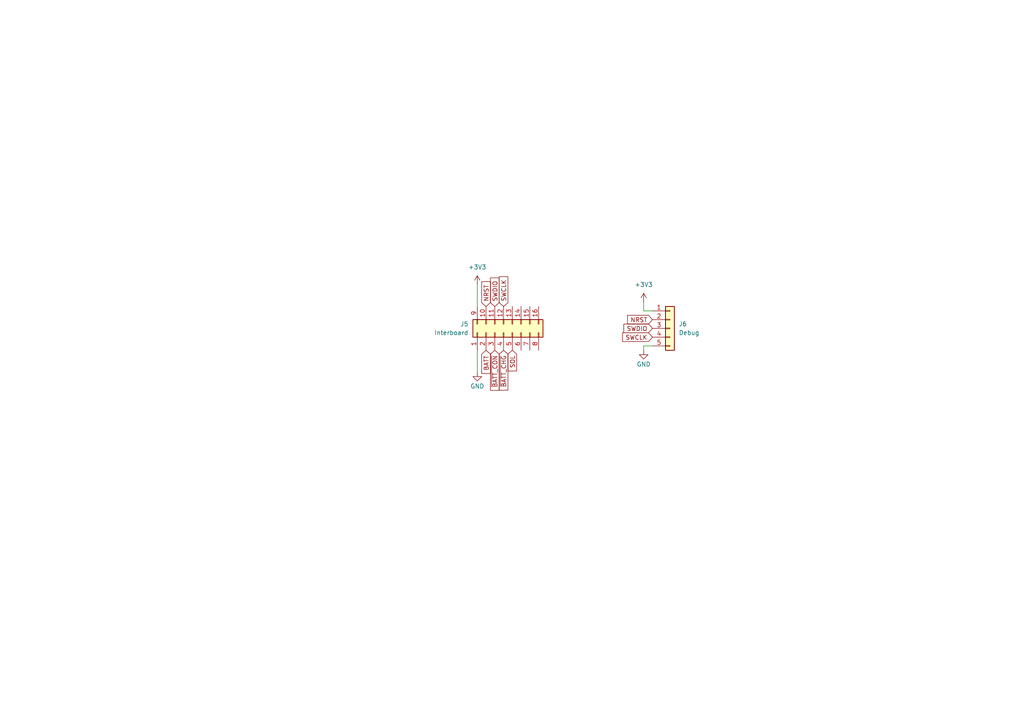
<source format=kicad_sch>
(kicad_sch (version 20250114) (generator "eeschema") (generator_version "9.0")
  (paper "A4")
  (title_block (date "2025-08-03") (rev "1.0") (company "MRtecno98"))
  (lib_symbols
    (symbol "Connector_Generic:Conn_01x05" (pin_names (offset 1.016) (hide yes))
      (property "Reference" "J" (at 0 7.62 0))
      (property "Value" "Conn_01x05" (at 0 -7.62 0))
      (symbol "Conn_01x05_1_1"
        (rectangle (start -1.27 6.35) (end 1.27 -6.35) (stroke (width 0.254)) (fill (type background)))
        (rectangle (start -1.27 5.207) (end 0 4.953) (stroke (width 0.1524)))
        (rectangle (start -1.27 2.667) (end 0 2.413) (stroke (width 0.1524)))
        (rectangle (start -1.27 0.127) (end 0 -0.127) (stroke (width 0.1524)))
        (rectangle (start -1.27 -2.413) (end 0 -2.667) (stroke (width 0.1524)))
        (rectangle (start -1.27 -4.953) (end 0 -5.207) (stroke (width 0.1524)))
        (pin passive line (at -5.08 5.08 0) (length 3.81) (name "Pin_1") (number "1"))
        (pin passive line (at -5.08 2.54 0) (length 3.81) (name "Pin_2") (number "2"))
        (pin passive line (at -5.08 0 0) (length 3.81) (name "Pin_3") (number "3"))
        (pin passive line (at -5.08 -2.54 0) (length 3.81) (name "Pin_4") (number "4"))
        (pin passive line (at -5.08 -5.08 0) (length 3.81) (name "Pin_5") (number "5"))
      )
    )
    (symbol "Connector_Generic:Conn_02x08_Top_Bottom" (pin_names (offset 1.016) (hide yes))
      (property "Reference" "J" (at 1.27 10.16 0))
      (property "Value" "Conn_02x08_Top_Bottom" (at 1.27 -12.7 0))
      (symbol "Conn_02x08_Top_Bottom_1_1"
        (rectangle (start -1.27 8.89) (end 3.81 -11.43) (stroke (width 0.254)) (fill (type background)))
        (rectangle (start -1.27 7.747) (end 0 7.493) (stroke (width 0.1524)))
        (rectangle (start -1.27 5.207) (end 0 4.953) (stroke (width 0.1524)))
        (rectangle (start -1.27 2.667) (end 0 2.413) (stroke (width 0.1524)))
        (rectangle (start -1.27 0.127) (end 0 -0.127) (stroke (width 0.1524)))
        (rectangle (start -1.27 -2.413) (end 0 -2.667) (stroke (width 0.1524)))
        (rectangle (start -1.27 -4.953) (end 0 -5.207) (stroke (width 0.1524)))
        (rectangle (start -1.27 -7.493) (end 0 -7.747) (stroke (width 0.1524)))
        (rectangle (start -1.27 -10.033) (end 0 -10.287) (stroke (width 0.1524)))
        (rectangle (start 3.81 7.747) (end 2.54 7.493) (stroke (width 0.1524)))
        (rectangle (start 3.81 5.207) (end 2.54 4.953) (stroke (width 0.1524)))
        (rectangle (start 3.81 2.667) (end 2.54 2.413) (stroke (width 0.1524)))
        (rectangle (start 3.81 0.127) (end 2.54 -0.127) (stroke (width 0.1524)))
        (rectangle (start 3.81 -2.413) (end 2.54 -2.667) (stroke (width 0.1524)))
        (rectangle (start 3.81 -4.953) (end 2.54 -5.207) (stroke (width 0.1524)))
        (rectangle (start 3.81 -7.493) (end 2.54 -7.747) (stroke (width 0.1524)))
        (rectangle (start 3.81 -10.033) (end 2.54 -10.287) (stroke (width 0.1524)))
        (pin passive line (at -5.08 7.62 0) (length 3.81) (name "Pin_1") (number "1"))
        (pin passive line (at -5.08 5.08 0) (length 3.81) (name "Pin_2") (number "2"))
        (pin passive line (at -5.08 2.54 0) (length 3.81) (name "Pin_3") (number "3"))
        (pin passive line (at -5.08 0 0) (length 3.81) (name "Pin_4") (number "4"))
        (pin passive line (at -5.08 -2.54 0) (length 3.81) (name "Pin_5") (number "5"))
        (pin passive line (at -5.08 -5.08 0) (length 3.81) (name "Pin_6") (number "6"))
        (pin passive line (at -5.08 -7.62 0) (length 3.81) (name "Pin_7") (number "7"))
        (pin passive line (at -5.08 -10.16 0) (length 3.81) (name "Pin_8") (number "8"))
        (pin passive line (at 7.62 7.62 180) (length 3.81) (name "Pin_9") (number "9"))
        (pin passive line (at 7.62 5.08 180) (length 3.81) (name "Pin_10") (number "10"))
        (pin passive line (at 7.62 2.54 180) (length 3.81) (name "Pin_11") (number "11"))
        (pin passive line (at 7.62 0 180) (length 3.81) (name "Pin_12") (number "12"))
        (pin passive line (at 7.62 -2.54 180) (length 3.81) (name "Pin_13") (number "13"))
        (pin passive line (at 7.62 -5.08 180) (length 3.81) (name "Pin_14") (number "14"))
        (pin passive line (at 7.62 -7.62 180) (length 3.81) (name "Pin_15") (number "15"))
        (pin passive line (at 7.62 -10.16 180) (length 3.81) (name "Pin_16") (number "16"))
      )
    )
    (symbol "power:+3V3" (power) (pin_numbers (hide yes)) (pin_names (offset 0) (hide yes))
      (property "Value" "+3V3" (at 0 3.556 0))
      (symbol "+3V3_0_1"
        (polyline (pts (xy -0.762 1.27) (xy 0 2.54)))
        (polyline (pts (xy 0 2.54) (xy 0.762 1.27)))
        (polyline (pts (xy 0 0) (xy 0 2.54)))
      )
      (symbol "+3V3_1_1"
        (pin power_in line (at 0 0 90) (length 0) (name "~") (number "1"))
      )
    )
    (symbol "power:GND" (power) (pin_numbers (hide yes)) (pin_names (offset 0) (hide yes))
      (property "Value" "GND" (at 0 -3.81 0))
      (symbol "GND_0_1"
        (polyline (pts (xy 0 0) (xy 0 -1.27) (xy 1.27 -1.27) (xy 0 -2.54) (xy -1.27 -1.27) (xy 0 -1.27)))
      )
      (symbol "GND_1_1"
        (pin power_in line (at 0 0 270) (length 0) (name "~") (number "1"))
      )
    )
  )
  (wire (pts (xy 138.43 101.6) (xy 138.43 107.95)))
  (wire (pts (xy 186.69 100.33) (xy 186.69 101.6)))
  (wire (pts (xy 138.43 82.55) (xy 138.43 88.9)))
  (wire (pts (xy 186.69 87.63) (xy 186.69 90.17)))
  (wire (pts (xy 186.69 90.17) (xy 189.23 90.17)))
  (wire (pts (xy 189.23 100.33) (xy 186.69 100.33)))
  (global_label "SWCLK" (shape input) (at 189.23 97.79 180) (property "Intersheetrefs" "${INTERSHEET_REFS}" (effects (hide yes))))
  (global_label "NRST" (shape input) (at 140.97 88.9 90) (property "Intersheetrefs" "${INTERSHEET_REFS}" (effects (hide yes))))
  (global_label "SWCLK" (shape input) (at 146.05 88.9 90) (property "Intersheetrefs" "${INTERSHEET_REFS}" (effects (hide yes))))
  (global_label "~{BATT_CHG}" (shape input) (at 146.05 101.6 270) (property "Intersheetrefs" "${INTERSHEET_REFS}" (effects (hide yes))))
  (global_label "SWDIO" (shape input) (at 189.23 95.25 180) (property "Intersheetrefs" "${INTERSHEET_REFS}" (effects (hide yes))))
  (global_label "~{BATT_CON}" (shape input) (at 143.51 101.6 270) (property "Intersheetrefs" "${INTERSHEET_REFS}" (effects (hide yes))))
  (global_label "NRST" (shape input) (at 189.23 92.71 180) (property "Intersheetrefs" "${INTERSHEET_REFS}" (effects (hide yes))))
  (global_label "SWDIO" (shape input) (at 143.51 88.9 90) (property "Intersheetrefs" "${INTERSHEET_REFS}" (effects (hide yes))))
  (global_label "BATT" (shape input) (at 140.97 101.6 270) (property "Intersheetrefs" "${INTERSHEET_REFS}" (effects (hide yes))))
  (global_label "SOL" (shape input) (at 148.59 101.6 270) (property "Intersheetrefs" "${INTERSHEET_REFS}" (effects (hide yes))))
  (symbol (lib_id "Connector_Generic:Conn_01x05") (at 194.31 95.25 0) (unit 1)
    (property "Reference" "J6" (at 196.85 93.9799 0) (effects (justify left)))
    (property "Value" "Debug" (at 196.85 96.5199 0) (effects (justify left)))
    (property "Footprint" "Connector_PinHeader_2.54mm:PinHeader_1x05_P2.54mm_Horizontal" (effects (hide yes)))
    (property "Description" "Generic connector, single row, 01x05, script generated (kicad-library-utils/schlib/autogen/connector/)" (effects (hide yes)))
  )
  (symbol (lib_id "power:GND") (at 186.69 101.6 0) (unit 1)
    (property "Reference" "#PWR018" (effects (hide yes)))
    (property "Value" "GND" (at 186.69 105.664 0))
    (property "Description" "Power symbol creates a global label with name \"GND\" , ground" (effects (hide yes)))
  )
  (symbol (lib_id "Connector_Generic:Conn_02x08_Top_Bottom") (at 146.05 96.52 90) (unit 1)
    (property "Reference" "J5" (at 135.89 93.9799 90) (effects (justify left)))
    (property "Value" "Interboard" (at 135.89 96.5199 90) (effects (justify left)))
    (property "Footprint" "Connector_PinSocket_2.54mm:PinSocket_2x08_P2.54mm_Vertical" (effects (hide yes)))
    (property "Description" "Generic connector, double row, 02x08, top/bottom pin numbering scheme (row 1: 1...pins_per_row, row2: pins_per_row+1 ... num_pins), script generated (kicad-library-utils/schlib/autogen/connector/)" (effects (hide yes)))
  )
  (symbol (lib_id "power:+3V3") (at 186.69 87.63 0) (unit 1)
    (property "Reference" "#PWR017" (effects (hide yes)))
    (property "Value" "+3V3" (at 186.69 82.55 0))
    (property "Description" "Power symbol creates a global label with name \"+3V3\"" (effects (hide yes)))
  )
  (symbol (lib_id "power:+3V3") (at 138.43 82.55 0) (unit 1)
    (property "Reference" "#PWR09" (effects (hide yes)))
    (property "Value" "+3V3" (at 138.43 77.47 0))
    (property "Description" "Power symbol creates a global label with name \"+3V3\"" (effects (hide yes)))
  )
  (symbol (lib_id "power:GND") (at 138.43 107.95 0) (unit 1)
    (property "Reference" "#PWR010" (effects (hide yes)))
    (property "Value" "GND" (at 138.43 112.014 0))
    (property "Description" "Power symbol creates a global label with name \"GND\" , ground" (effects (hide yes)))
  )
)
</source>
